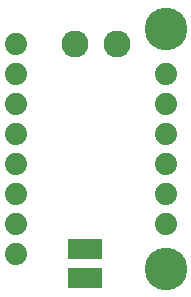
<source format=gbr>
G04 EAGLE Gerber RS-274X export*
G75*
%MOMM*%
%FSLAX34Y34*%
%LPD*%
%INSoldermask Bottom*%
%IPPOS*%
%AMOC8*
5,1,8,0,0,1.08239X$1,22.5*%
G01*
%ADD10C,2.286000*%
%ADD11R,2.921000X1.651000*%
%ADD12C,3.617600*%
%ADD13C,1.879600*%


D10*
X53120Y203200D03*
X88120Y203200D03*
D11*
X60960Y5080D03*
X60960Y29210D03*
D12*
X129540Y215900D03*
X129540Y12700D03*
D13*
X129540Y76200D03*
X129540Y50800D03*
X129540Y127000D03*
X129540Y101600D03*
X129540Y152400D03*
X129540Y177800D03*
X2540Y203200D03*
X2540Y177800D03*
X2540Y152400D03*
X2540Y127000D03*
X2540Y101600D03*
X2540Y76200D03*
X2540Y50800D03*
X2540Y25400D03*
M02*

</source>
